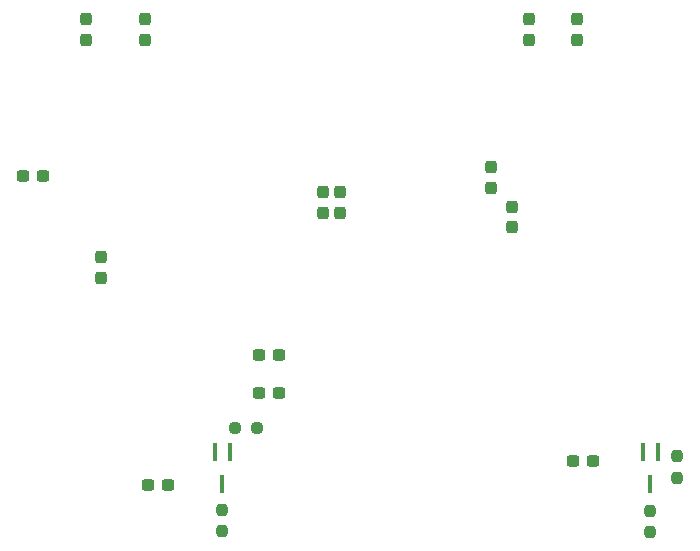
<source format=gbr>
%TF.GenerationSoftware,KiCad,Pcbnew,(6.0.0)*%
%TF.CreationDate,2022-04-09T17:19:21-04:00*%
%TF.ProjectId,ToneEncoderDecoder,546f6e65-456e-4636-9f64-65724465636f,rev?*%
%TF.SameCoordinates,Original*%
%TF.FileFunction,Paste,Bot*%
%TF.FilePolarity,Positive*%
%FSLAX46Y46*%
G04 Gerber Fmt 4.6, Leading zero omitted, Abs format (unit mm)*
G04 Created by KiCad (PCBNEW (6.0.0)) date 2022-04-09 17:19:21*
%MOMM*%
%LPD*%
G01*
G04 APERTURE LIST*
G04 Aperture macros list*
%AMRoundRect*
0 Rectangle with rounded corners*
0 $1 Rounding radius*
0 $2 $3 $4 $5 $6 $7 $8 $9 X,Y pos of 4 corners*
0 Add a 4 corners polygon primitive as box body*
4,1,4,$2,$3,$4,$5,$6,$7,$8,$9,$2,$3,0*
0 Add four circle primitives for the rounded corners*
1,1,$1+$1,$2,$3*
1,1,$1+$1,$4,$5*
1,1,$1+$1,$6,$7*
1,1,$1+$1,$8,$9*
0 Add four rect primitives between the rounded corners*
20,1,$1+$1,$2,$3,$4,$5,0*
20,1,$1+$1,$4,$5,$6,$7,0*
20,1,$1+$1,$6,$7,$8,$9,0*
20,1,$1+$1,$8,$9,$2,$3,0*%
G04 Aperture macros list end*
%ADD10RoundRect,0.237500X-0.300000X-0.237500X0.300000X-0.237500X0.300000X0.237500X-0.300000X0.237500X0*%
%ADD11R,0.450000X1.500000*%
%ADD12RoundRect,0.237500X0.300000X0.237500X-0.300000X0.237500X-0.300000X-0.237500X0.300000X-0.237500X0*%
%ADD13RoundRect,0.237500X0.237500X-0.300000X0.237500X0.300000X-0.237500X0.300000X-0.237500X-0.300000X0*%
%ADD14RoundRect,0.237500X-0.237500X0.300000X-0.237500X-0.300000X0.237500X-0.300000X0.237500X0.300000X0*%
%ADD15RoundRect,0.237500X0.237500X-0.250000X0.237500X0.250000X-0.237500X0.250000X-0.237500X-0.250000X0*%
%ADD16RoundRect,0.237500X-0.250000X-0.237500X0.250000X-0.237500X0.250000X0.237500X-0.250000X0.237500X0*%
G04 APERTURE END LIST*
D10*
%TO.C,C1*%
X51937500Y-67400000D03*
X53662500Y-67400000D03*
%TD*%
%TO.C,C2*%
X87937500Y-65400000D03*
X89662500Y-65400000D03*
%TD*%
D11*
%TO.C,Q1*%
X57600000Y-64670000D03*
X58900000Y-64670000D03*
X58250000Y-67330000D03*
%TD*%
D12*
%TO.C,C15*%
X63062500Y-56400000D03*
X61337500Y-56400000D03*
%TD*%
D11*
%TO.C,Q2*%
X93850000Y-64670000D03*
X95150000Y-64670000D03*
X94500000Y-67330000D03*
%TD*%
D13*
%TO.C,C7*%
X88250000Y-29712500D03*
X88250000Y-27987500D03*
%TD*%
D10*
%TO.C,C12*%
X41387500Y-41250000D03*
X43112500Y-41250000D03*
%TD*%
D14*
%TO.C,C11*%
X48000000Y-48137500D03*
X48000000Y-49862500D03*
%TD*%
%TO.C,C8*%
X84250000Y-27987500D03*
X84250000Y-29712500D03*
%TD*%
%TO.C,C6*%
X66750000Y-42637500D03*
X66750000Y-44362500D03*
%TD*%
D15*
%TO.C,R50*%
X58250000Y-71325000D03*
X58250000Y-69500000D03*
%TD*%
%TO.C,R52*%
X94500000Y-71412500D03*
X94500000Y-69587500D03*
%TD*%
D13*
%TO.C,C9*%
X82750000Y-45612500D03*
X82750000Y-43887500D03*
%TD*%
D14*
%TO.C,C5*%
X68250000Y-42637500D03*
X68250000Y-44362500D03*
%TD*%
%TO.C,C4*%
X46750000Y-27987500D03*
X46750000Y-29712500D03*
%TD*%
D16*
%TO.C,R49*%
X59375000Y-62600000D03*
X61200000Y-62600000D03*
%TD*%
D13*
%TO.C,C10*%
X81000000Y-42250000D03*
X81000000Y-40525000D03*
%TD*%
%TO.C,C3*%
X51750000Y-29712500D03*
X51750000Y-27987500D03*
%TD*%
D15*
%TO.C,R51*%
X96800000Y-66825000D03*
X96800000Y-65000000D03*
%TD*%
D12*
%TO.C,C16*%
X63062500Y-59600000D03*
X61337500Y-59600000D03*
%TD*%
M02*

</source>
